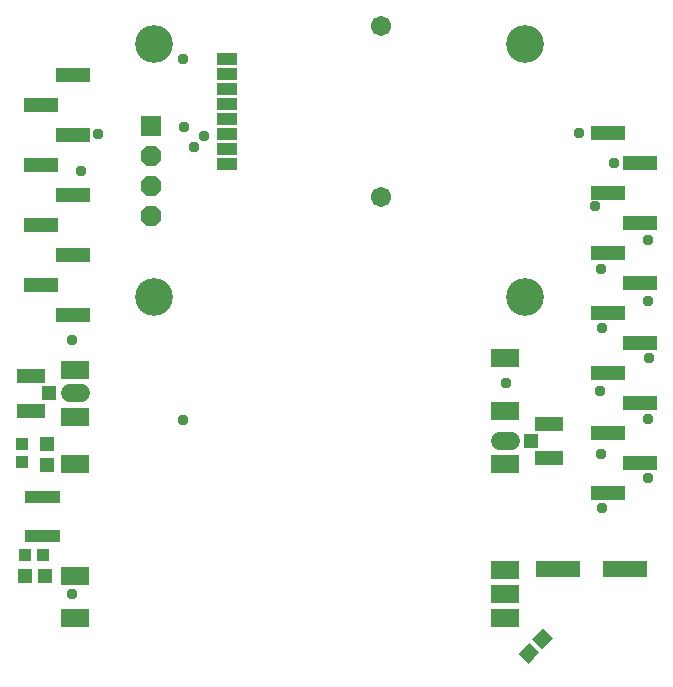
<source format=gbr>
G04 EAGLE Gerber RS-274X export*
G75*
%MOMM*%
%FSLAX34Y34*%
%LPD*%
%INSoldermask Top*%
%IPPOS*%
%AMOC8*
5,1,8,0,0,1.08239X$1,22.5*%
G01*
%ADD10R,2.403200X1.253200*%
%ADD11R,1.253200X1.253200*%
%ADD12C,3.203200*%
%ADD13R,1.727200X1.727200*%
%ADD14P,1.869504X8X292.500000*%
%ADD15R,1.703200X1.003200*%
%ADD16C,1.703200*%
%ADD17R,2.403200X1.503200*%
%ADD18C,1.503200*%
%ADD19R,1.003200X1.003200*%
%ADD20R,2.903200X1.223200*%
%ADD21R,1.203200X1.303200*%
%ADD22R,1.303200X1.203200*%
%ADD23R,3.703200X1.403200*%
%ADD24C,0.959600*%


D10*
X686365Y396677D03*
X686365Y426177D03*
D11*
X671115Y411427D03*
D10*
X247340Y466603D03*
X247340Y437103D03*
D11*
X262590Y451853D03*
D12*
X352005Y747325D03*
X352005Y533325D03*
X666005Y533325D03*
D13*
X349005Y678425D03*
D14*
X349005Y653025D03*
X349005Y627625D03*
X349005Y602225D03*
D12*
X666005Y747325D03*
D15*
X413675Y734640D03*
X413675Y721940D03*
X413675Y709240D03*
X413675Y696540D03*
X413675Y683840D03*
X413675Y671140D03*
X413675Y658440D03*
X413675Y645740D03*
D16*
X543675Y762690D03*
X543675Y617690D03*
D17*
X649210Y261843D03*
X649210Y281843D03*
X649210Y301843D03*
X649210Y481843D03*
X285210Y261843D03*
X285210Y471843D03*
D18*
X289710Y451843D02*
X280710Y451843D01*
D17*
X285210Y431843D03*
X285210Y391843D03*
X649210Y436843D03*
D18*
X653710Y411843D02*
X644710Y411843D01*
D17*
X649210Y391843D03*
X285210Y296843D03*
D19*
X267411Y330964D03*
X257411Y330964D03*
X247411Y330964D03*
X267411Y363824D03*
X257411Y363824D03*
X247411Y363824D03*
D20*
X736500Y418400D03*
X736500Y469200D03*
X763500Y443800D03*
X763500Y494600D03*
X763500Y393000D03*
X736500Y367600D03*
X736500Y570800D03*
X736500Y621600D03*
X763500Y596200D03*
X763500Y647000D03*
X763500Y545400D03*
X736500Y520000D03*
X736500Y672400D03*
X283500Y670800D03*
X283500Y620000D03*
X256500Y645400D03*
X256500Y594600D03*
X256500Y696200D03*
X283500Y721600D03*
X283500Y518400D03*
X256500Y543800D03*
X283500Y569200D03*
D19*
X242500Y315000D03*
X257500Y315000D03*
X240000Y408500D03*
X240000Y393500D03*
D21*
X259500Y297000D03*
X242500Y297000D03*
D22*
X261000Y391500D03*
X261000Y408500D03*
G36*
X677948Y232394D02*
X668897Y223020D01*
X660242Y231378D01*
X669293Y240752D01*
X677948Y232394D01*
G37*
G36*
X689758Y244622D02*
X680707Y235248D01*
X672052Y243606D01*
X681103Y252980D01*
X689758Y244622D01*
G37*
D23*
X750500Y303000D03*
X693500Y303000D03*
D24*
X649850Y460493D03*
X741000Y647000D03*
X376000Y429000D03*
X377000Y677000D03*
X376500Y734500D03*
X712000Y672000D03*
X725492Y610592D03*
X730859Y354297D03*
X770000Y380000D03*
X730000Y400000D03*
X770000Y430000D03*
X729138Y453896D03*
X770489Y481733D03*
X731119Y506775D03*
X770000Y530000D03*
X730478Y556650D03*
X769984Y581438D03*
X386000Y660000D03*
X304006Y671319D03*
X394000Y670000D03*
X290000Y640000D03*
X282000Y282000D03*
X282000Y497000D03*
M02*

</source>
